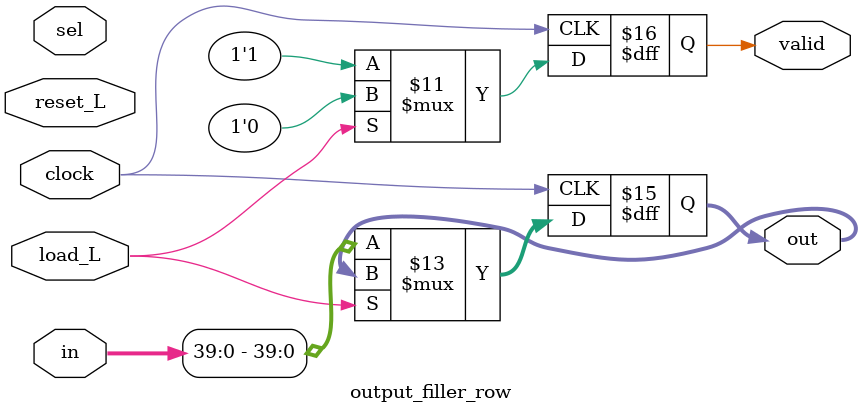
<source format=v>
/*
 * module: register
 *
 * A positive-edge clocked parameterized register with (active low) load enable
 * and asynchronous reset. The parameter is the bit-width of the register.
 */
module register (
  clock,
  reset_L,
  load_L,
  in,
  out
   );
   parameter WIDTH = 960;
   input [WIDTH-1:0] in;
   input load_L;
   input clock;
   input reset_L;
   output reg [WIDTH-1:0] out;

   always @ (posedge clock, negedge reset_L) begin
      if(!reset_L)
         out <= 'h0000;
      else if (~load_L)
         out <= in;
   end
endmodule

module counter (clk, reset_L, cnt);
  input		clk;
  input		reset_L;
  output	[7:0]	cnt;
  reg	[7:0]	cnt;

  always @(posedge clk)
    if (!reset_L)
      cnt = 0;
    else
    begin
      cnt = cnt + 1;
      if (cnt == 51)
        cnt = 1;
    end
endmodule

module counter_wA (clk, reset_L, active, cnt);
  input		clk;
  input		reset_L;
  input		active;
  output	[63:0]	cnt;
  reg	[63:0]	cnt;

  always @(posedge clk)
    if (!reset_L)
      cnt = 0;
    else begin
      if (active)
        cnt = cnt + 1;
    end
endmodule

/*
 *
 */
module shift_reg (clock, reset_L, load_L, in, out);
  input		clock;
  input		reset_L;
  input load_L;
  input [63:0] in;
  output reg [959:0]	out;
  integer i;
  integer j;
  reg [63:0] regi [14:0];
  reg [119:0] regi_t [7:0];

  always @(negedge clock) begin
    if (!reset_L) begin
        regi[0] <= 8'b0;
        regi[1] <= 8'b0;
        regi[2] <= 8'b0;
        regi[3] <= 8'b0;
        regi[4] <= 8'b0;
        regi[5] <= 8'b0;
        regi[6] <= 8'b0;
        regi[7] <= 8'b0;
        regi[8] <= 8'b0;
        regi[9] <= 8'b0;
        regi[10] <= 8'b0;
        regi[11] <= 8'b0;
        regi[12] <= 8'b0;
        regi[13] <= 8'b0;
        regi[14] <= 8'b0;
        for(i=0;i<15;i=i+1) begin
          for (j=0;j<8;j=j+1) begin
            regi_t[j][i*8 +:8] <= regi[i][j*8 +:8];
          end
        end
      out <= {regi_t[7],regi_t[6],regi_t[5],regi_t[4],regi_t[3],regi_t[2],regi_t[1],regi_t[0]};

    end
    else if (~load_L) begin
      //byte shift register
      for( i=0;i<14;i=i+1) begin
        regi[i] <= regi[i+1];
      end
      regi[14] <= in;
      for(i=0;i<15;i=i+1) begin
        for (j=0;j<8;j=j+1) begin
          regi_t[j][i*8 +:8] <= regi[i][j*8 +:8];
        end
      end
    out <= {regi_t[7],regi_t[6],regi_t[5],regi_t[4],regi_t[3],regi_t[2],regi_t[1],regi_t[0]};
    end
  end

endmodule

/*
 *
 */
module input_shift_reg(clock, reset_L, load_L, in, out);
  input		clock;
  input		reset_L;
  input load_L;
  input [119:0] in;
  output reg [1799:0]	out;
  integer i;
  integer j;
  reg [119:0] regi [14:0];
  //reg [119:0] regi_t [7:0];

  always @(negedge clock) begin
    if (!reset_L) begin
        regi[0] <= 8'b0;
        regi[1] <= 8'b0;
        regi[2] <= 8'b0;
        regi[3] <= 8'b0;
        regi[4] <= 8'b0;
        regi[5] <= 8'b0;
        regi[6] <= 8'b0;
        regi[7] <= 8'b0;
        regi[8] <= 8'b0;
        regi[9] <= 8'b0;
        regi[10] <= 8'b0;
        regi[11] <= 8'b0;
        regi[12] <= 8'b0;
        regi[13] <= 8'b0;
        regi[14] <= 8'b0;
      out <= {regi[14],regi[13],regi[12],regi[11],regi[10],regi[9],regi[8],
             regi[7],regi[6],regi[5],regi[4],regi[3],regi[2],regi[1],regi[0]};

    end
    else if (~load_L) begin
      //byte shift register
      for(i=0;i<14;i=i+1) begin
        regi[i] <= regi[i+1];
      end
      regi[14] <= in;

      out <= {regi[14],regi[13],regi[12],regi[11],regi[10],regi[9],regi[8],
             regi[7],regi[6],regi[5],regi[4],regi[3],regi[2],regi[1],regi[0]};
    end
  end

endmodule

module output_filler(clock, reset_L, load_L, sel, in, out);
  input		clock;
  input		reset_L;
  input load_L;
  input [7:0] sel;
  input [63:0] in;
  output reg [2559:0]	out; //8 rows by 8 cols by 5 pixels by 8 bits
  integer i;
  integer j;
  reg [63:0] regi [39:0]; //8*8 by 8*5

  always @(negedge clock) begin
    if (!reset_L) begin
      for(i=0;i<40;i=i+1) begin
        regi[i] <= 64'b0;
      end

          out <= {regi[39],regi[38],regi[37],regi[36],regi[35],regi[34],regi[33],regi[32],
                regi[31],regi[30],regi[29],regi[28],regi[27],regi[26],regi[25],regi[24],
                regi[23],regi[22],regi[21],regi[20],regi[19],regi[18],regi[17],regi[16],
                regi[15],regi[14],regi[13],regi[12],regi[11],regi[10],regi[9],regi[8],
                regi[7],regi[6],regi[5],regi[4],regi[3],regi[2],regi[1],regi[0]};

    end
    //make load L check that sel is not 0,1,2 or 11,12,13,14
    //or greater than num of total pixels
    else if (~load_L) begin
      for( i=1;i<40;i=i+1) begin
        regi[i] <= regi[i-1];
      end
      regi[0] <= in;
      // //byte shift register
      // if ((sel > 2) && (sel < 11)) begin
      //   regi[sel-3] <= in;
      // end else if ((sel > 14) && (sel < 48)) begin
      //   regi[sel-7] <= in;
      // end

    out <= {regi[39],regi[38],regi[37],regi[36],regi[35],regi[34],regi[33],regi[32],
          regi[31],regi[30],regi[29],regi[28],regi[27],regi[26],regi[25],regi[24],
          regi[23],regi[22],regi[21],regi[20],regi[19],regi[18],regi[17],regi[16],
          regi[15],regi[14],regi[13],regi[12],regi[11],regi[10],regi[9],regi[8],
          regi[7],regi[6],regi[5],regi[4],regi[3],regi[2],regi[1],regi[0]};
    end
    else begin
      out <= {regi[39],regi[38],regi[37],regi[36],regi[35],regi[34],regi[33],regi[32],
            regi[31],regi[30],regi[29],regi[28],regi[27],regi[26],regi[25],regi[24],
            regi[23],regi[22],regi[21],regi[20],regi[19],regi[18],regi[17],regi[16],
            regi[15],regi[14],regi[13],regi[12],regi[11],regi[10],regi[9],regi[8],
            regi[7],regi[6],regi[5],regi[4],regi[3],regi[2],regi[1],regi[0]};
    end
  end

endmodule


module output_filler_row(clock, reset_L, load_L, sel, in, out,valid);
  input		clock;
  input		reset_L;
  input load_L;
  input [7:0] sel;
  input [63:0] in;
  output reg [39:0]	out; //8 rows by 8 cols by 5 pixels by 8 bits
  output reg valid; //8 rows by 8 cols by 5 pixels by 8 bits
  integer i;
  integer j;
  always @(negedge clock) begin
    //make load L check that sel is not 0,1,2 or 11,12,13,14
    //or greater than num of total pixels
    valid <= 1'b0;
    if (~load_L) begin
      out <= in;
      valid <= 1'b1;
    end
  end

endmodule

</source>
